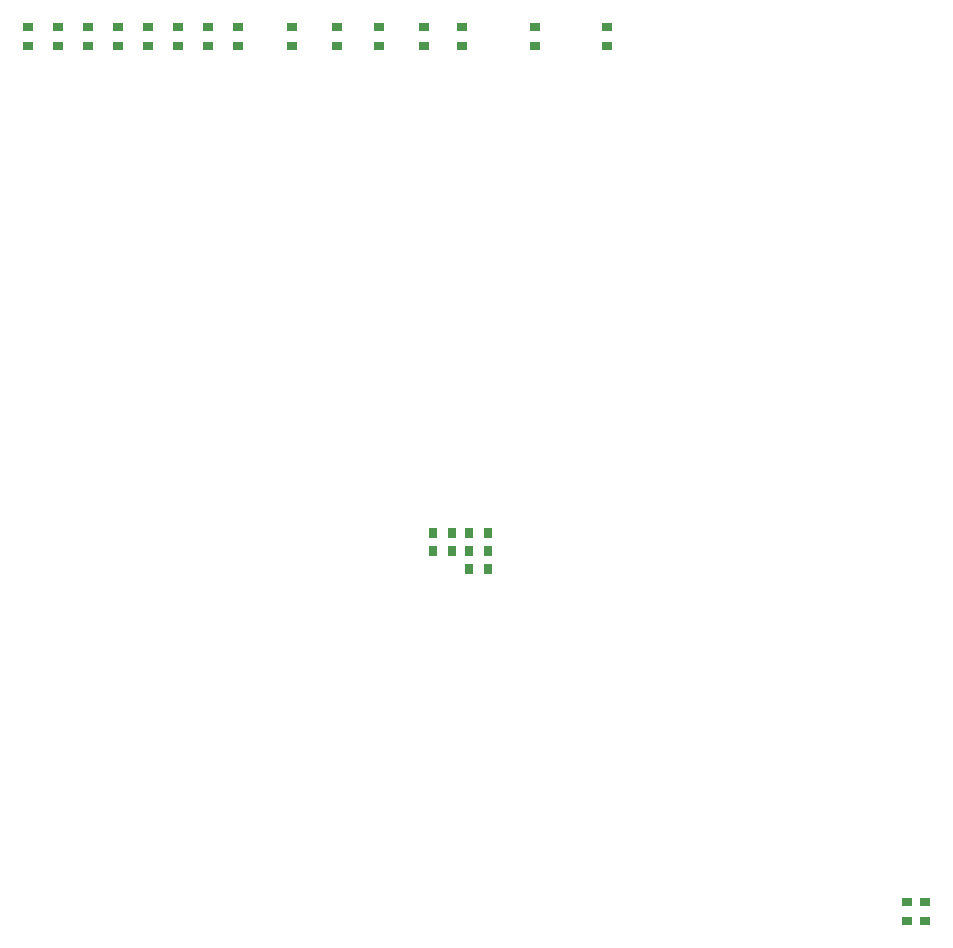
<source format=gbp>
G04*
G04 #@! TF.GenerationSoftware,Altium Limited,Altium Designer,22.3.1 (43)*
G04*
G04 Layer_Color=128*
%FSLAX25Y25*%
%MOIN*%
G70*
G04*
G04 #@! TF.SameCoordinates,C488EDB3-D5C6-4A86-98F8-C412E4F75817*
G04*
G04*
G04 #@! TF.FilePolarity,Positive*
G04*
G01*
G75*
%ADD15R,0.03740X0.03150*%
%ADD19R,0.03150X0.03740*%
D15*
X375000Y42850D02*
D03*
Y49150D02*
D03*
X369000Y42850D02*
D03*
Y49150D02*
D03*
X245000Y334350D02*
D03*
Y340650D02*
D03*
X269000Y334350D02*
D03*
Y340650D02*
D03*
X220500Y334350D02*
D03*
Y340650D02*
D03*
X208000Y334350D02*
D03*
Y340650D02*
D03*
X193000Y334350D02*
D03*
Y340650D02*
D03*
X164000Y334350D02*
D03*
Y340650D02*
D03*
X179000Y334350D02*
D03*
Y340650D02*
D03*
X86000Y334350D02*
D03*
Y340650D02*
D03*
X96000Y334350D02*
D03*
Y340650D02*
D03*
X76000Y334350D02*
D03*
Y340650D02*
D03*
X126000Y334350D02*
D03*
Y340650D02*
D03*
X106000Y334350D02*
D03*
Y340650D02*
D03*
X116000Y334350D02*
D03*
Y340650D02*
D03*
X136000Y334350D02*
D03*
Y340650D02*
D03*
X146000Y334350D02*
D03*
Y340650D02*
D03*
D19*
X217150Y172000D02*
D03*
X210850D02*
D03*
X222850D02*
D03*
X229150D02*
D03*
X217150Y166000D02*
D03*
X210850D02*
D03*
X222850D02*
D03*
X229150D02*
D03*
X222850Y160000D02*
D03*
X229150D02*
D03*
M02*

</source>
